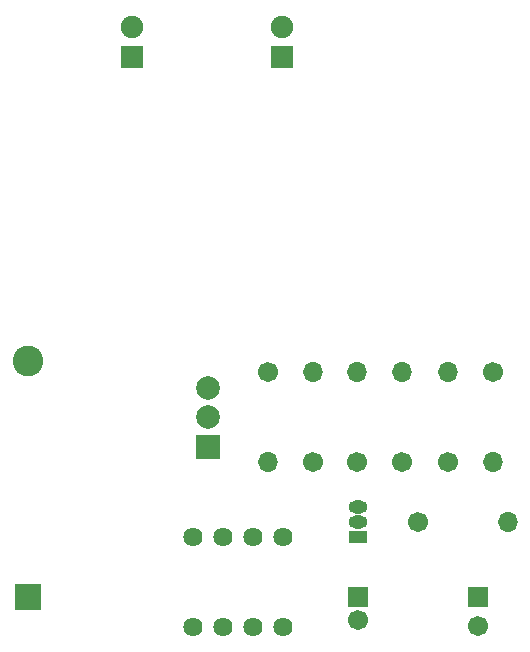
<source format=gts>
%TF.GenerationSoftware,KiCad,Pcbnew,(5.1.6)-1*%
%TF.CreationDate,2020-09-24T16:41:58+05:30*%
%TF.ProjectId,555_Badge,3535355f-4261-4646-9765-2e6b69636164,v01*%
%TF.SameCoordinates,Original*%
%TF.FileFunction,Soldermask,Top*%
%TF.FilePolarity,Negative*%
%FSLAX46Y46*%
G04 Gerber Fmt 4.6, Leading zero omitted, Abs format (unit mm)*
G04 Created by KiCad (PCBNEW (5.1.6)-1) date 2020-09-24 16:41:58*
%MOMM*%
%LPD*%
G01*
G04 APERTURE LIST*
%ADD10C,2.601600*%
%ADD11R,2.271600X2.271600*%
%ADD12C,1.701600*%
%ADD13R,1.701600X1.701600*%
%ADD14C,1.901600*%
%ADD15R,1.901600X1.901600*%
%ADD16O,1.601600X1.101600*%
%ADD17R,1.601600X1.101600*%
%ADD18O,1.701600X1.701600*%
%ADD19R,2.001600X2.001600*%
%ADD20C,2.001600*%
%ADD21C,1.625600*%
G04 APERTURE END LIST*
D10*
%TO.C,BAT1*%
X138811000Y-100650000D03*
D11*
X138811000Y-120650000D03*
%TD*%
D12*
%TO.C,C1*%
X166751000Y-122650000D03*
D13*
X166751000Y-120650000D03*
%TD*%
D12*
%TO.C,C2*%
X176911000Y-123150000D03*
D13*
X176911000Y-120650000D03*
%TD*%
D14*
%TO.C,D1*%
X147574000Y-72390000D03*
D15*
X147574000Y-74930000D03*
%TD*%
D14*
%TO.C,D2*%
X160274000Y-72390000D03*
D15*
X160274000Y-74930000D03*
%TD*%
D16*
%TO.C,Q1*%
X166751000Y-114300000D03*
X166751000Y-113030000D03*
D17*
X166751000Y-115570000D03*
%TD*%
D12*
%TO.C,R1*%
X159131000Y-101600000D03*
D18*
X159131000Y-109220000D03*
%TD*%
D12*
%TO.C,R2*%
X162941000Y-109220000D03*
D18*
X162941000Y-101600000D03*
%TD*%
D12*
%TO.C,R3*%
X174371000Y-109220000D03*
D18*
X174371000Y-101600000D03*
%TD*%
%TO.C,R4*%
X178181000Y-109220000D03*
D12*
X178181000Y-101600000D03*
%TD*%
%TO.C,R5*%
X171831000Y-114300000D03*
D18*
X179451000Y-114300000D03*
%TD*%
%TO.C,R6*%
X166624000Y-101600000D03*
D12*
X166624000Y-109220000D03*
%TD*%
%TO.C,R7*%
X170434000Y-109220000D03*
D18*
X170434000Y-101600000D03*
%TD*%
D19*
%TO.C,S1*%
X154051000Y-107950000D03*
D20*
X154051000Y-105450000D03*
X154051000Y-102950000D03*
%TD*%
D21*
%TO.C,U1*%
X152781000Y-115570000D03*
X155321000Y-115570000D03*
X157861000Y-115570000D03*
X160401000Y-115570000D03*
X160401000Y-123190000D03*
X157861000Y-123190000D03*
X155321000Y-123190000D03*
X152781000Y-123190000D03*
%TD*%
M02*

</source>
